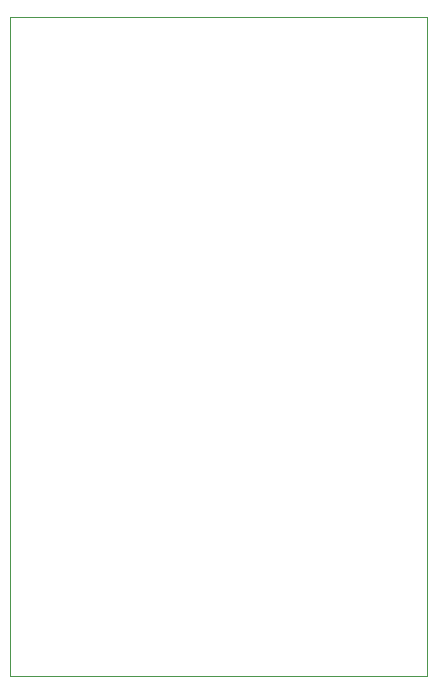
<source format=gtp>
G75*
G70*
%OFA0B0*%
%FSLAX24Y24*%
%IPPOS*%
%LPD*%
%AMOC8*
5,1,8,0,0,1.08239X$1,22.5*
%
%ADD10C,0.0000*%
D10*
X000247Y000180D02*
X000247Y022176D01*
X014117Y022176D01*
X014117Y000180D01*
X000247Y000180D01*
M02*

</source>
